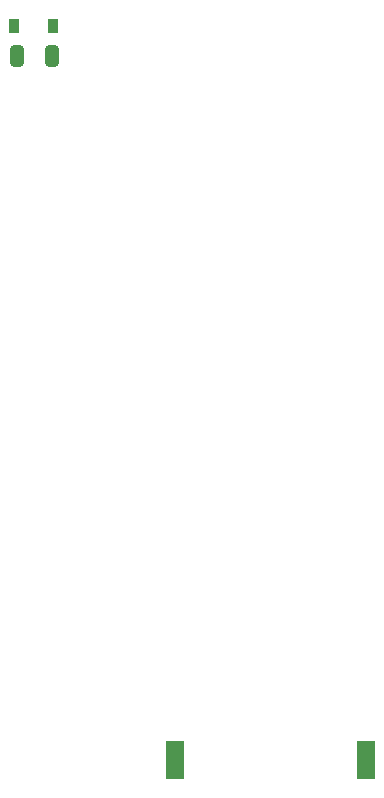
<source format=gbr>
%TF.GenerationSoftware,KiCad,Pcbnew,(6.0.5)*%
%TF.CreationDate,2024-11-08T16:15:15+00:00*%
%TF.ProjectId,Main Board,4d61696e-2042-46f6-9172-642e6b696361,rev?*%
%TF.SameCoordinates,Original*%
%TF.FileFunction,Paste,Top*%
%TF.FilePolarity,Positive*%
%FSLAX46Y46*%
G04 Gerber Fmt 4.6, Leading zero omitted, Abs format (unit mm)*
G04 Created by KiCad (PCBNEW (6.0.5)) date 2024-11-08 16:15:15*
%MOMM*%
%LPD*%
G01*
G04 APERTURE LIST*
G04 Aperture macros list*
%AMRoundRect*
0 Rectangle with rounded corners*
0 $1 Rounding radius*
0 $2 $3 $4 $5 $6 $7 $8 $9 X,Y pos of 4 corners*
0 Add a 4 corners polygon primitive as box body*
4,1,4,$2,$3,$4,$5,$6,$7,$8,$9,$2,$3,0*
0 Add four circle primitives for the rounded corners*
1,1,$1+$1,$2,$3*
1,1,$1+$1,$4,$5*
1,1,$1+$1,$6,$7*
1,1,$1+$1,$8,$9*
0 Add four rect primitives between the rounded corners*
20,1,$1+$1,$2,$3,$4,$5,0*
20,1,$1+$1,$4,$5,$6,$7,0*
20,1,$1+$1,$6,$7,$8,$9,0*
20,1,$1+$1,$8,$9,$2,$3,0*%
G04 Aperture macros list end*
%ADD10R,0.900000X1.200000*%
%ADD11RoundRect,0.250000X-0.325000X-0.650000X0.325000X-0.650000X0.325000X0.650000X-0.325000X0.650000X0*%
%ADD12RoundRect,0.047059X0.752941X1.552941X-0.752941X1.552941X-0.752941X-1.552941X0.752941X-1.552941X0*%
G04 APERTURE END LIST*
D10*
%TO.C,D1*%
X79600000Y-81450000D03*
X82900000Y-81450000D03*
%TD*%
D11*
%TO.C,C13*%
X79800000Y-84000000D03*
X82750000Y-84000000D03*
%TD*%
D12*
%TO.C,LS1*%
X109350000Y-143600000D03*
X93150000Y-143600000D03*
%TD*%
M02*

</source>
